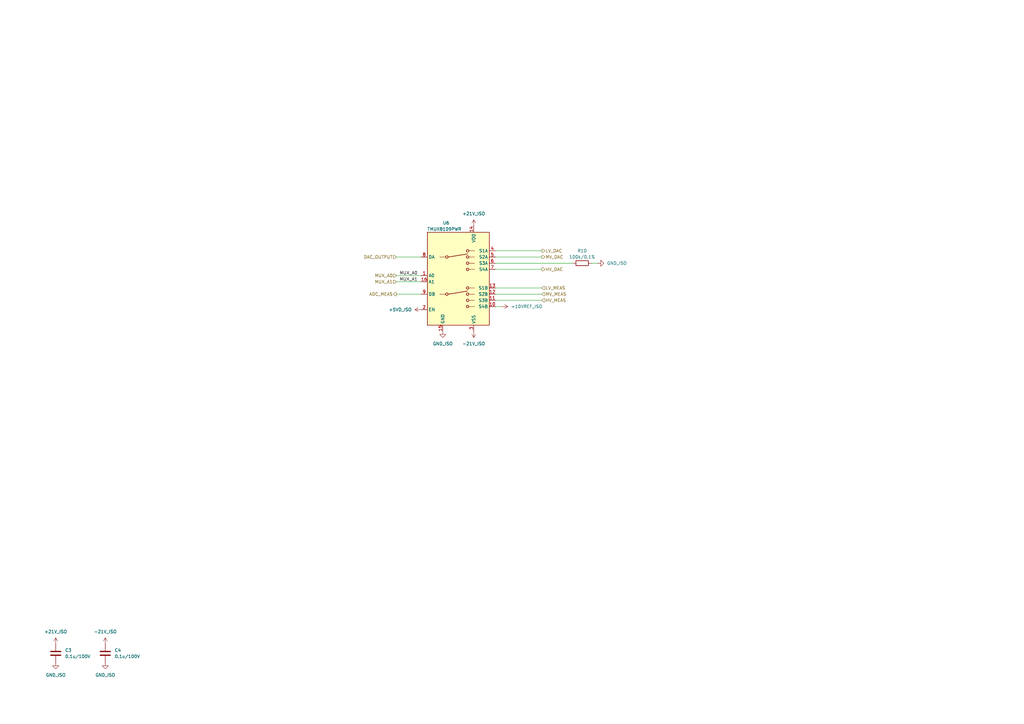
<source format=kicad_sch>
(kicad_sch (version 20250114) (generator "eeschema") (generator_version "9.0")
  (paper "A3")
  (lib_symbols
    (symbol "Device:C" (pin_numbers (hide yes)) (pin_names (offset 0.254))
      (property "Reference" "C" (at 0.635 2.54 0))
      (property "Value" "C" (at 0.635 -2.54 0))
      (symbol "C_0_1"
        (polyline (pts (xy -2.032 0.762) (xy 2.032 0.762)) (stroke (width 0.508)))
        (polyline (pts (xy -2.032 -0.762) (xy 2.032 -0.762)) (stroke (width 0.508)))
      )
      (symbol "C_1_1"
        (pin passive line (at 0 3.81 270) (length 2.794) (name "~") (number "1"))
        (pin passive line (at 0 -3.81 90) (length 2.794) (name "~") (number "2"))
      )
    )
    (symbol "Device:R" (pin_numbers (hide yes)) (pin_names (offset 0))
      (property "Reference" "R" (at 2.032 0 90))
      (property "Value" "R" (at 0 0 90))
      (symbol "R_0_1"
        (rectangle (start -1.016 -2.54) (end 1.016 2.54) (stroke (width 0.254)))
      )
      (symbol "R_1_1"
        (pin passive line (at 0 3.81 270) (length 1.27) (name "~") (number "1"))
        (pin passive line (at 0 -3.81 90) (length 1.27) (name "~") (number "2"))
      )
    )
    (symbol "ETH1CVOLT_A:+21V_ISO" (power) (pin_numbers (hide yes)) (pin_names (offset 0) (hide yes))
      (property "Value" "+21V_ISO" (at 0 3.556 0))
      (symbol "+21V_ISO_0_1"
        (polyline (pts (xy -0.762 1.27) (xy 0 2.54)))
        (polyline (pts (xy 0 2.54) (xy 0.762 1.27)))
        (polyline (pts (xy 0 0) (xy 0 2.54)))
      )
      (symbol "+21V_ISO_1_1"
        (pin power_in line (at 0 0 90) (length 0) (name "~") (number "1"))
      )
    )
    (symbol "ETH1CVOLT_A:+5VD_ISO" (power) (pin_numbers (hide yes)) (pin_names (offset 0) (hide yes))
      (property "Value" "+5VD_ISO" (at 0 3.556 0))
      (symbol "+5VD_ISO_0_1"
        (polyline (pts (xy -0.762 1.27) (xy 0 2.54)))
        (polyline (pts (xy 0 2.54) (xy 0.762 1.27)))
        (polyline (pts (xy 0 0) (xy 0 2.54)))
      )
      (symbol "+5VD_ISO_1_1"
        (pin power_in line (at 0 0 90) (length 0) (name "~") (number "1"))
      )
    )
    (symbol "ETH1CVOLT_A:-21V_ISO" (power) (pin_numbers (hide yes)) (pin_names (offset 0) (hide yes))
      (property "Value" "-21V_ISO" (at 0 3.556 0))
      (symbol "-21V_ISO_0_1"
        (polyline (pts (xy -0.762 1.27) (xy 0 2.54)))
        (polyline (pts (xy 0 2.54) (xy 0.762 1.27)))
        (polyline (pts (xy 0 0) (xy 0 2.54)))
      )
      (symbol "-21V_ISO_1_1"
        (pin power_in line (at 0 0 90) (length 0) (name "~") (number "1"))
      )
    )
    (symbol "ETH1CVOLT_A:GND_ISO" (power) (pin_numbers (hide yes)) (pin_names (offset 0) (hide yes))
      (property "Value" "GND_ISO" (at 0 -3.81 0))
      (symbol "GND_ISO_0_1"
        (polyline (pts (xy 0 0) (xy 0 -1.27) (xy 1.27 -1.27) (xy 0 -2.54) (xy -1.27 -1.27) (xy 0 -1.27)))
      )
      (symbol "GND_ISO_1_1"
        (pin power_in line (at 0 0 270) (length 0) (name "~") (number "1"))
      )
    )
    (symbol "ETH1CVOLT_B:+10VREF_ISO" (power) (pin_numbers (hide yes)) (pin_names (offset 0) (hide yes))
      (property "Value" "+10VREF_ISO" (at 0 3.556 0))
      (symbol "+10VREF_ISO_0_1"
        (polyline (pts (xy -0.762 1.27) (xy 0 2.54)))
        (polyline (pts (xy 0 2.54) (xy 0.762 1.27)))
        (polyline (pts (xy 0 0) (xy 0 2.54)))
      )
      (symbol "+10VREF_ISO_1_1"
        (pin power_in line (at 0 0 90) (length 0) (name "~") (number "1"))
      )
    )
    (symbol "ETH1CVOLT_B:TMUX8109PWR"
      (property "Reference" "U" (at -11.938 20.32 0))
      (property "Value" "TMUX8109PWR" (at -3.048 20.32 0))
      (symbol "TMUX8109PWR_1_1"
        (rectangle (start -12.7 19.05) (end 12.7 -19.05) (stroke (width 0.254)) (fill (type background)))
        (polyline (pts (xy -7.62 8.89) (xy -5.334 8.89)))
        (polyline (pts (xy -7.62 -6.35) (xy -5.334 -6.35)))
        (circle (center -4.699 8.89) (radius 0.508) (stroke (width 0.254)))
        (circle (center -4.699 -6.35) (radius 0.508) (stroke (width 0.254)))
        (circle (center 3.81 11.43) (radius 0.508) (stroke (width 0.254)))
        (polyline (pts (xy 3.81 10.16) (xy -4.064 8.89)) (stroke (width 0.254)))
        (circle (center 3.81 8.89) (radius 0.508) (stroke (width 0.254)))
        (circle (center 3.81 6.35) (radius 0.508) (stroke (width 0.254)))
        (circle (center 3.81 3.81) (radius 0.508) (stroke (width 0.254)))
        (circle (center 3.81 -3.81) (radius 0.508) (stroke (width 0.254)))
        (polyline (pts (xy 3.81 -5.08) (xy -4.064 -6.35)) (stroke (width 0.254)))
        (circle (center 3.81 -6.35) (radius 0.508) (stroke (width 0.254)))
        (circle (center 3.81 -8.89) (radius 0.508) (stroke (width 0.254)))
        (circle (center 3.81 -11.43) (radius 0.508) (stroke (width 0.254)))
        (polyline (pts (xy 6.731 11.43) (xy 4.445 11.43)))
        (polyline (pts (xy 6.731 8.89) (xy 4.445 8.89)))
        (polyline (pts (xy 6.731 6.35) (xy 4.445 6.35)))
        (polyline (pts (xy 6.731 3.81) (xy 4.445 3.81)))
        (polyline (pts (xy 6.731 -3.81) (xy 4.445 -3.81)))
        (polyline (pts (xy 6.731 -6.35) (xy 4.445 -6.35)))
        (polyline (pts (xy 6.731 -8.89) (xy 4.445 -8.89)))
        (polyline (pts (xy 6.731 -11.43) (xy 4.445 -11.43)))
        (pin passive line (at -15.24 8.89 0) (length 2.54) (name "DA") (number "8"))
        (pin input line (at -15.24 1.27 0) (length 2.54) (name "A0") (number "1"))
        (pin input line (at -15.24 -1.27 0) (length 2.54) (name "A1") (number "16"))
        (pin passive line (at -15.24 -6.35 0) (length 2.54) (name "DB") (number "9"))
        (pin input line (at -15.24 -12.7 0) (length 2.54) (name "EN") (number "2"))
        (pin power_in line (at -6.35 -21.59 90) (length 2.54) (name "GND") (number "15"))
        (pin power_in line (at 6.35 21.59 270) (length 2.54) (name "VDD") (number "14"))
        (pin power_in line (at 6.35 -21.59 90) (length 2.54) (name "VSS") (number "3"))
        (pin passive line (at 15.24 11.43 180) (length 2.54) (name "S1A") (number "4"))
        (pin passive line (at 15.24 8.89 180) (length 2.54) (name "S2A") (number "5"))
        (pin passive line (at 15.24 6.35 180) (length 2.54) (name "S3A") (number "6"))
        (pin passive line (at 15.24 3.81 180) (length 2.54) (name "S4A") (number "7"))
        (pin passive line (at 15.24 -3.81 180) (length 2.54) (name "S1B") (number "13"))
        (pin passive line (at 15.24 -6.35 180) (length 2.54) (name "S2B") (number "12"))
        (pin passive line (at 15.24 -8.89 180) (length 2.54) (name "S3B") (number "11"))
        (pin passive line (at 15.24 -11.43 180) (length 2.54) (name "S4B") (number "10"))
      )
    )
  )
  (wire (pts (xy 242.57 107.95) (xy 245.11 107.95)))
  (wire (pts (xy 162.56 105.41) (xy 172.72 105.41)))
  (wire (pts (xy 203.2 118.11) (xy 222.25 118.11)))
  (wire (pts (xy 203.2 120.65) (xy 222.25 120.65)))
  (wire (pts (xy 162.56 113.03) (xy 172.72 113.03)))
  (wire (pts (xy 203.2 125.73) (xy 205.74 125.73)))
  (wire (pts (xy 203.2 105.41) (xy 222.25 105.41)))
  (wire (pts (xy 203.2 110.49) (xy 222.25 110.49)))
  (wire (pts (xy 203.2 123.19) (xy 222.25 123.19)))
  (wire (pts (xy 203.2 102.87) (xy 222.25 102.87)))
  (wire (pts (xy 203.2 107.95) (xy 234.95 107.95)))
  (wire (pts (xy 162.56 120.65) (xy 172.72 120.65)))
  (wire (pts (xy 162.56 115.57) (xy 172.72 115.57)))
  (label "MUX_A1" (at 163.83 115.57 0))
  (label "MUX_A0" (at 163.83 113.03 0))
  (hierarchical_label "HV_DAC" (shape output) (at 222.25 110.49 0))
  (hierarchical_label "LV_MEAS" (shape input) (at 222.25 118.11 0))
  (hierarchical_label "LV_DAC" (shape output) (at 222.25 102.87 0))
  (hierarchical_label "DAC_OUTPUT" (shape input) (at 162.56 105.41 180))
  (hierarchical_label "ADC_MEAS" (shape output) (at 162.56 120.65 180))
  (hierarchical_label "MUX_A0" (shape input) (at 162.56 113.03 180))
  (hierarchical_label "HV_MEAS" (shape input) (at 222.25 123.19 0))
  (hierarchical_label "MV_DAC" (shape output) (at 222.25 105.41 0))
  (hierarchical_label "MUX_A1" (shape input) (at 162.56 115.57 180))
  (hierarchical_label "MV_MEAS" (shape input) (at 222.25 120.65 0))
  (symbol (lib_id "Device:C") (at 22.86 267.97 0) (unit 1)
    (property "Reference" "C3" (at 26.67 266.6999 0) (effects (justify left)))
    (property "Value" "0.1u/100V" (at 26.67 269.2399 0) (effects (justify left)))
    (property "Description" "Unpolarized capacitor" (effects (hide yes)))
  )
  (symbol (lib_id "ETH1CVOLT_A:-21V_ISO") (at 43.18 264.16 0) (unit 1)
    (property "Reference" "#PWR029" (effects (hide yes)))
    (property "Value" "-21V_ISO" (at 43.18 259.08 0))
    (property "Description" "Power symbol" (effects (hide yes)))
  )
  (symbol (lib_id "ETH1CVOLT_A:GND_ISO") (at 22.86 271.78 0) (unit 1)
    (property "Reference" "#PWR023" (effects (hide yes)))
    (property "Value" "GND_ISO" (at 22.86 276.86 0))
    (property "Description" "Power symbol creates a global label with name \"GND\" , ground" (effects (hide yes)))
  )
  (symbol (lib_id "ETH1CVOLT_A:+21V_ISO") (at 194.31 92.71 0) (unit 1)
    (property "Reference" "#PWR027" (effects (hide yes)))
    (property "Value" "+21V_ISO" (at 194.31 87.63 0))
    (property "Description" "Power symbol" (effects (hide yes)))
  )
  (symbol (lib_id "Device:R") (at 238.76 107.95 90) (unit 1)
    (property "Reference" "R10" (at 238.76 102.87 90))
    (property "Value" "100k/0.1%" (at 238.76 105.41 90))
    (property "Description" "Resistor" (effects (hide yes)))
  )
  (symbol (lib_id "ETH1CVOLT_A:+21V_ISO") (at 22.86 264.16 0) (unit 1)
    (property "Reference" "#PWR022" (effects (hide yes)))
    (property "Value" "+21V_ISO" (at 22.86 259.08 0))
    (property "Description" "Power symbol" (effects (hide yes)))
  )
  (symbol (lib_id "ETH1CVOLT_A:+5VD_ISO") (at 172.72 127 90) (unit 1)
    (property "Reference" "#PWR026" (effects (hide yes)))
    (property "Value" "+5VD_ISO" (at 168.91 126.9999 90) (effects (justify left)))
    (property "Description" "Power symbol" (effects (hide yes)))
  )
  (symbol (lib_id "ETH1CVOLT_A:GND_ISO") (at 181.61 135.89 0) (unit 1)
    (property "Reference" "#PWR021" (effects (hide yes)))
    (property "Value" "GND_ISO" (at 181.61 140.97 0))
    (property "Description" "Power symbol creates a global label with name \"GND\" , ground" (effects (hide yes)))
  )
  (symbol (lib_id "ETH1CVOLT_A:GND_ISO") (at 245.11 107.95 90) (unit 1)
    (property "Reference" "#PWR024" (effects (hide yes)))
    (property "Value" "GND_ISO" (at 248.92 107.9499 90) (effects (justify right)))
    (property "Description" "Power symbol creates a global label with name \"GND\" , ground" (effects (hide yes)))
  )
  (symbol (lib_id "ETH1CVOLT_B:TMUX8109PWR") (at 187.96 114.3 0) (unit 1)
    (property "Reference" "U6" (at 181.61 91.44 0) (effects (justify left)))
    (property "Value" "TMUX8109PWR" (at 175.26 93.98 0) (effects (justify left)))
    (property "Footprint" "Package_SO:TSSOP-16_4.4x5mm_P0.65mm" (effects (hide yes)))
    (property "Datasheet" "https://www.ti.com/lit/ds/symlink/tmux8108.pdf" (effects (hide yes)))
    (property "Description" "Dual 4:1 Multiplexers with Latch-Up Immunity and 1.8-V Logic" (effects (hide yes)))
  )
  (symbol (lib_id "ETH1CVOLT_A:-21V_ISO") (at 194.31 135.89 180) (unit 1)
    (property "Reference" "#PWR030" (effects (hide yes)))
    (property "Value" "-21V_ISO" (at 194.31 140.97 0))
    (property "Description" "Power symbol" (effects (hide yes)))
  )
  (symbol (lib_id "ETH1CVOLT_A:GND_ISO") (at 43.18 271.78 0) (unit 1)
    (property "Reference" "#PWR028" (effects (hide yes)))
    (property "Value" "GND_ISO" (at 43.18 276.86 0))
    (property "Description" "Power symbol creates a global label with name \"GND\" , ground" (effects (hide yes)))
  )
  (symbol (lib_id "ETH1CVOLT_B:+10VREF_ISO") (at 205.74 125.73 270) (unit 1)
    (property "Reference" "#PWR075" (effects (hide yes)))
    (property "Value" "+10VREF_ISO" (at 209.55 125.7299 90) (effects (justify left)))
    (property "Description" "Power symbol" (effects (hide yes)))
  )
  (symbol (lib_id "Device:C") (at 43.18 267.97 0) (unit 1)
    (property "Reference" "C4" (at 46.99 266.6999 0) (effects (justify left)))
    (property "Value" "0.1u/100V" (at 46.99 269.2399 0) (effects (justify left)))
    (property "Description" "Unpolarized capacitor" (effects (hide yes)))
  )
)
</source>
